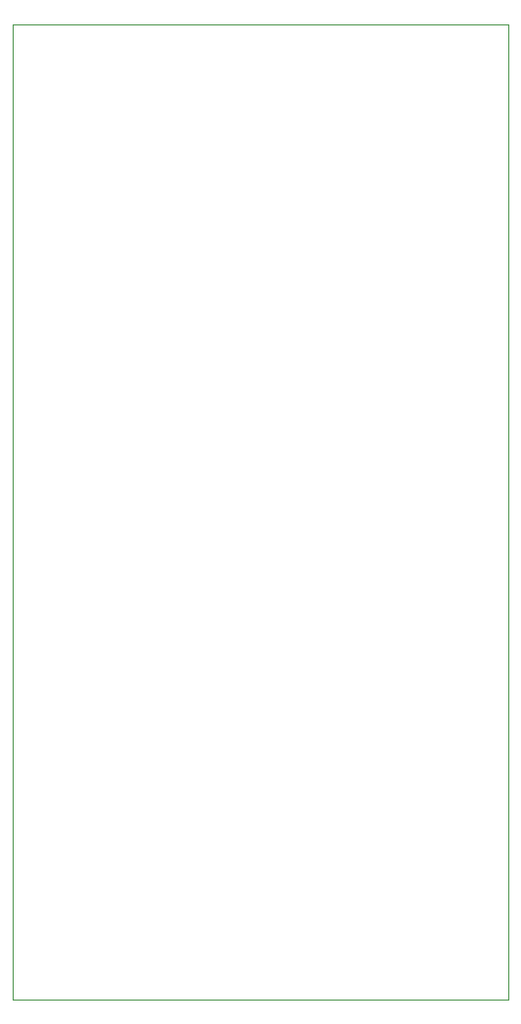
<source format=gm1>
%TF.GenerationSoftware,KiCad,Pcbnew,8.0.2-8.0.2-0~ubuntu22.04.1*%
%TF.CreationDate,2024-06-02T21:15:48+01:00*%
%TF.ProjectId,0001-Spartan3A-breakout,30303031-2d53-4706-9172-74616e33412d,rev?*%
%TF.SameCoordinates,Original*%
%TF.FileFunction,Profile,NP*%
%FSLAX46Y46*%
G04 Gerber Fmt 4.6, Leading zero omitted, Abs format (unit mm)*
G04 Created by KiCad (PCBNEW 8.0.2-8.0.2-0~ubuntu22.04.1) date 2024-06-02 21:15:48*
%MOMM*%
%LPD*%
G01*
G04 APERTURE LIST*
%TA.AperFunction,Profile*%
%ADD10C,0.050000*%
%TD*%
G04 APERTURE END LIST*
D10*
X127500000Y-142500000D02*
X117000000Y-142500000D01*
X160000000Y-140000000D02*
X160000000Y-142500000D01*
X117000000Y-142500000D02*
X117000000Y-58000000D01*
X139000000Y-142500000D02*
X127500000Y-142500000D01*
X117000000Y-58000000D02*
X160000000Y-58000000D01*
X160000000Y-58000000D02*
X160000000Y-77500000D01*
X160000000Y-142500000D02*
X139000000Y-142500000D01*
X160000000Y-77500000D02*
X160000000Y-140000000D01*
M02*

</source>
